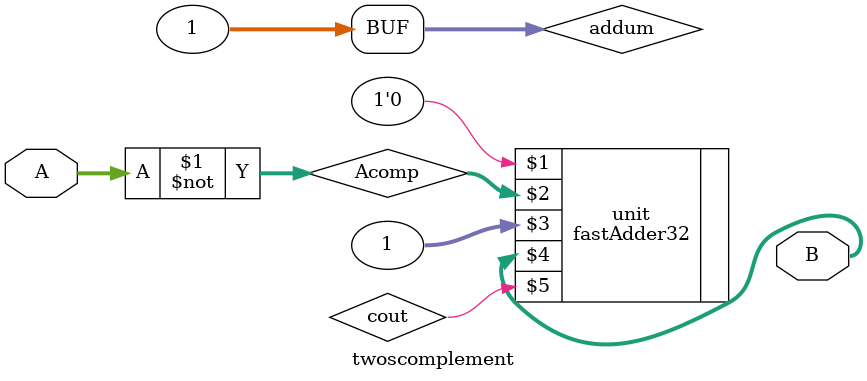
<source format=v>
`timescale 1ns / 1ps


module twoscomplement(
    input [31:0]A,
    output [31:0]B
    );
    wire [31:0] Acomp;
    assign #3 Acomp=~A;
    wire [31:0]addum;
    assign addum=32'b1;
    wire cout;
    fastAdder32 unit(1'b0,Acomp,addum,B,cout);
endmodule

</source>
